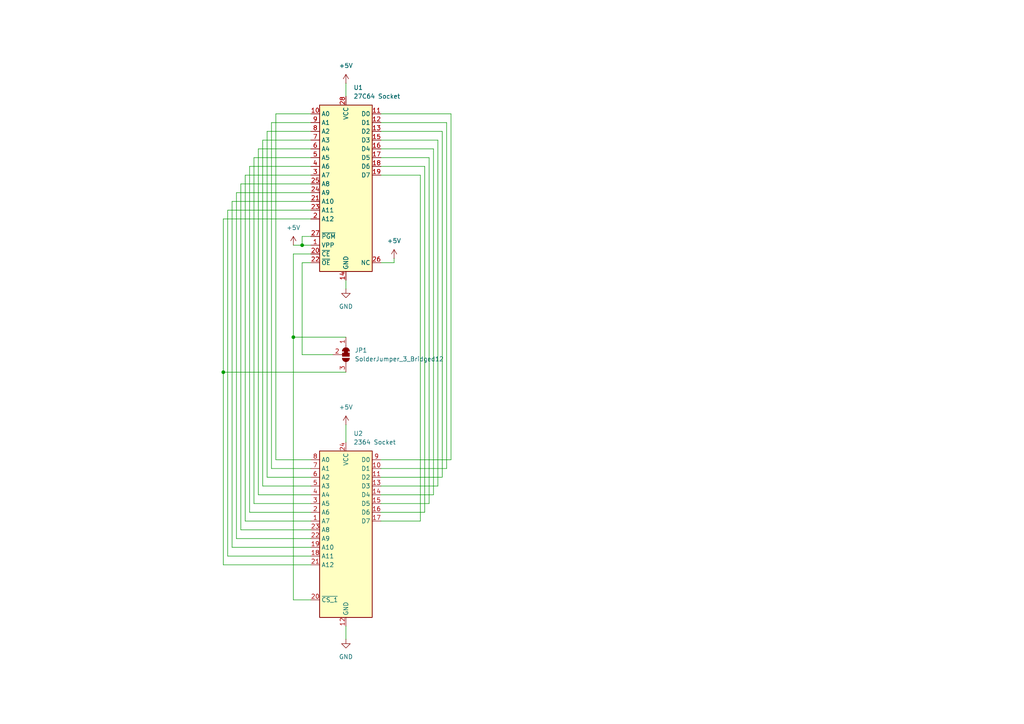
<source format=kicad_sch>
(kicad_sch (version 20231120) (generator "eeschema") (generator_version "8.0")
  (paper "A4")
  (lib_symbols
    (symbol "Jumper:SolderJumper_3_Bridged12" (pin_names (offset 0) hide) (exclude_from_sim yes) (in_bom no)
      (property "Reference" "JP" (at -2.54 -2.54 0))
      (property "Value" "SolderJumper_3_Bridged12" (at 0 2.794 0))
      (symbol "SolderJumper_3_Bridged12_0_1"
        (rectangle (start -1.016 0.508) (end -0.508 -0.508) (fill (type outline)))
        (arc (start -1.016 1.016) (mid -2.0276 0) (end -1.016 -1.016))
        (arc (start -1.016 1.016) (mid -2.0276 0) (end -1.016 -1.016) (fill (type outline)))
        (rectangle (start -0.508 1.016) (end 0.508 -1.016) (fill (type outline)))
        (polyline (pts (xy -2.54 0) (xy -2.032 0)))
        (polyline (pts (xy -1.016 1.016) (xy -1.016 -1.016)))
        (polyline (pts (xy 0 -1.27) (xy 0 -1.016)))
        (polyline (pts (xy 1.016 1.016) (xy 1.016 -1.016)))
        (polyline (pts (xy 2.54 0) (xy 2.032 0)))
        (arc (start 1.016 -1.016) (mid 2.0276 0) (end 1.016 1.016))
        (arc (start 1.016 -1.016) (mid 2.0276 0) (end 1.016 1.016) (fill (type outline)))
      )
      (symbol "SolderJumper_3_Bridged12_1_1"
        (pin passive line (at -5.08 0 0) (length 2.54) (name "A") (number "1"))
        (pin passive line (at 0 -3.81 90) (length 2.54) (name "C") (number "2"))
        (pin passive line (at 5.08 0 180) (length 2.54) (name "B") (number "3"))
      )
    )
    (symbol "power:+5V" (power) (pin_numbers hide) (pin_names (offset 0) hide)
      (property "Value" "+5V" (at 0 3.556 0))
      (symbol "+5V_0_1"
        (polyline (pts (xy -0.762 1.27) (xy 0 2.54)))
        (polyline (pts (xy 0 0) (xy 0 2.54)))
        (polyline (pts (xy 0 2.54) (xy 0.762 1.27)))
      )
      (symbol "+5V_1_1"
        (pin power_in line (at 0 0 90) (length 0) (name "~") (number "1"))
      )
    )
    (symbol "power:GND" (power) (pin_numbers hide) (pin_names (offset 0) hide)
      (property "Value" "GND" (at 0 -3.81 0))
      (symbol "GND_0_1"
        (polyline (pts (xy 0 0) (xy 0 -1.27) (xy 1.27 -1.27) (xy 0 -2.54) (xy -1.27 -1.27) (xy 0 -1.27)))
      )
      (symbol "GND_1_1"
        (pin power_in line (at 0 0 270) (length 0) (name "~") (number "1"))
      )
    )
    (symbol "rom adapter:2364 Socket"
      (property "Reference" "U" (at -7.62 24.13 0))
      (property "Value" "2364 Socket" (at 2.54 -26.67 0))
      (symbol "2364 Socket_1_1"
        (rectangle (start -7.62 22.86) (end 7.62 -25.4) (stroke (width 0.254)) (fill (type background)))
        (pin output line (at -10.16 2.54 0) (length 2.54) (name "A7") (number "1"))
        (pin tri_state line (at 10.16 17.78 180) (length 2.54) (name "D1") (number "10"))
        (pin tri_state line (at 10.16 15.24 180) (length 2.54) (name "D2") (number "11"))
        (pin power_out line (at 0 -27.94 90) (length 2.54) (name "GND") (number "12"))
        (pin tri_state line (at 10.16 12.7 180) (length 2.54) (name "D3") (number "13"))
        (pin tri_state line (at 10.16 10.16 180) (length 2.54) (name "D4") (number "14"))
        (pin tri_state line (at 10.16 7.62 180) (length 2.54) (name "D5") (number "15"))
        (pin tri_state line (at 10.16 5.08 180) (length 2.54) (name "D6") (number "16"))
        (pin tri_state line (at 10.16 2.54 180) (length 2.54) (name "D7") (number "17"))
        (pin output line (at -10.16 -7.62 0) (length 2.54) (name "A11") (number "18"))
        (pin output line (at -10.16 -5.08 0) (length 2.54) (name "A10") (number "19"))
        (pin output line (at -10.16 5.08 0) (length 2.54) (name "A6") (number "2"))
        (pin output line (at -10.16 -20.32 0) (length 2.54) (name "~{CS_1}") (number "20"))
        (pin output line (at -10.16 -10.16 0) (length 2.54) (name "A12") (number "21"))
        (pin output line (at -10.16 -2.54 0) (length 2.54) (name "A9") (number "22"))
        (pin output line (at -10.16 0 0) (length 2.54) (name "A8") (number "23"))
        (pin power_out line (at 0 25.4 270) (length 2.54) (name "VCC") (number "24"))
        (pin output line (at -10.16 7.62 0) (length 2.54) (name "A5") (number "3"))
        (pin output line (at -10.16 10.16 0) (length 2.54) (name "A4") (number "4"))
        (pin output line (at -10.16 12.7 0) (length 2.54) (name "A3") (number "5"))
        (pin output line (at -10.16 15.24 0) (length 2.54) (name "A2") (number "6"))
        (pin output line (at -10.16 17.78 0) (length 2.54) (name "A1") (number "7"))
        (pin output line (at -10.16 20.32 0) (length 2.54) (name "A0") (number "8"))
        (pin tri_state line (at 10.16 20.32 180) (length 2.54) (name "D0") (number "9"))
      )
    )
    (symbol "rom adapter:27C64 Socket"
      (property "Reference" "U" (at -7.62 24.13 0))
      (property "Value" "27C64 Socket" (at 2.54 -26.67 0))
      (symbol "27C64 Socket_1_1"
        (rectangle (start -7.62 22.86) (end 7.62 -25.4) (stroke (width 0.254)) (fill (type background)))
        (pin input line (at -10.16 -17.78 0) (length 2.54) (name "VPP") (number "1"))
        (pin input line (at -10.16 20.32 0) (length 2.54) (name "A0") (number "10"))
        (pin tri_state line (at 10.16 20.32 180) (length 2.54) (name "D0") (number "11"))
        (pin tri_state line (at 10.16 17.78 180) (length 2.54) (name "D1") (number "12"))
        (pin tri_state line (at 10.16 15.24 180) (length 2.54) (name "D2") (number "13"))
        (pin power_in line (at 0 -27.94 90) (length 2.54) (name "GND") (number "14"))
        (pin tri_state line (at 10.16 12.7 180) (length 2.54) (name "D3") (number "15"))
        (pin tri_state line (at 10.16 10.16 180) (length 2.54) (name "D4") (number "16"))
        (pin tri_state line (at 10.16 7.62 180) (length 2.54) (name "D5") (number "17"))
        (pin tri_state line (at 10.16 5.08 180) (length 2.54) (name "D6") (number "18"))
        (pin tri_state line (at 10.16 2.54 180) (length 2.54) (name "D7") (number "19"))
        (pin input line (at -10.16 -10.16 0) (length 2.54) (name "A12") (number "2"))
        (pin input line (at -10.16 -20.32 0) (length 2.54) (name "~{CE}") (number "20"))
        (pin input line (at -10.16 -5.08 0) (length 2.54) (name "A10") (number "21"))
        (pin input line (at -10.16 -22.86 0) (length 2.54) (name "~{OE}") (number "22"))
        (pin input line (at -10.16 -7.62 0) (length 2.54) (name "A11") (number "23"))
        (pin input line (at -10.16 -2.54 0) (length 2.54) (name "A9") (number "24"))
        (pin input line (at -10.16 0 0) (length 2.54) (name "A8") (number "25"))
        (pin free line (at 10.16 -22.86 180) (length 2.54) (name "NC") (number "26"))
        (pin input line (at -10.16 -15.24 0) (length 2.54) (name "~{PGM}") (number "27"))
        (pin power_in line (at 0 25.4 270) (length 2.54) (name "VCC") (number "28"))
        (pin input line (at -10.16 2.54 0) (length 2.54) (name "A7") (number "3"))
        (pin input line (at -10.16 5.08 0) (length 2.54) (name "A6") (number "4"))
        (pin input line (at -10.16 7.62 0) (length 2.54) (name "A5") (number "5"))
        (pin input line (at -10.16 10.16 0) (length 2.54) (name "A4") (number "6"))
        (pin input line (at -10.16 12.7 0) (length 2.54) (name "A3") (number "7"))
        (pin input line (at -10.16 15.24 0) (length 2.54) (name "A2") (number "8"))
        (pin input line (at -10.16 17.78 0) (length 2.54) (name "A1") (number "9"))
      )
    )
  )
  (junction (at 85.09 97.79))
  (junction (at 64.77 107.95))
  (junction (at 87.63 71.12))
  (wire (pts (xy 87.63 76.2) (xy 90.17 76.2)))
  (wire (pts (xy 110.49 140.97) (xy 127 140.97)))
  (wire (pts (xy 110.49 143.51) (xy 125.73 143.51)))
  (wire (pts (xy 69.85 53.34) (xy 69.85 153.67)))
  (wire (pts (xy 100.33 24.13) (xy 100.33 27.94)))
  (wire (pts (xy 110.49 146.05) (xy 124.46 146.05)))
  (wire (pts (xy 128.27 138.43) (xy 128.27 38.1)))
  (wire (pts (xy 129.54 135.89) (xy 129.54 35.56)))
  (wire (pts (xy 110.49 135.89) (xy 129.54 135.89)))
  (wire (pts (xy 90.17 43.18) (xy 74.93 43.18)))
  (wire (pts (xy 64.77 163.83) (xy 90.17 163.83)))
  (wire (pts (xy 123.19 48.26) (xy 110.49 48.26)))
  (wire (pts (xy 76.2 140.97) (xy 90.17 140.97)))
  (wire (pts (xy 129.54 35.56) (xy 110.49 35.56)))
  (wire (pts (xy 90.17 58.42) (xy 67.31 58.42)))
  (wire (pts (xy 125.73 143.51) (xy 125.73 43.18)))
  (wire (pts (xy 72.39 148.59) (xy 90.17 148.59)))
  (wire (pts (xy 71.12 50.8) (xy 71.12 151.13)))
  (wire (pts (xy 90.17 50.8) (xy 71.12 50.8)))
  (wire (pts (xy 76.2 40.64) (xy 76.2 140.97)))
  (wire (pts (xy 90.17 60.96) (xy 66.04 60.96)))
  (wire (pts (xy 96.52 102.87) (xy 87.63 102.87)))
  (wire (pts (xy 110.49 76.2) (xy 114.3 76.2)))
  (wire (pts (xy 114.3 76.2) (xy 114.3 74.93)))
  (wire (pts (xy 110.49 148.59) (xy 123.19 148.59)))
  (wire (pts (xy 80.01 33.02) (xy 80.01 133.35)))
  (wire (pts (xy 77.47 138.43) (xy 90.17 138.43)))
  (wire (pts (xy 85.09 71.12) (xy 87.63 71.12)))
  (wire (pts (xy 121.92 50.8) (xy 110.49 50.8)))
  (wire (pts (xy 90.17 63.5) (xy 64.77 63.5)))
  (wire (pts (xy 87.63 71.12) (xy 90.17 71.12)))
  (wire (pts (xy 71.12 151.13) (xy 90.17 151.13)))
  (wire (pts (xy 124.46 146.05) (xy 124.46 45.72)))
  (wire (pts (xy 100.33 123.19) (xy 100.33 128.27)))
  (wire (pts (xy 110.49 151.13) (xy 121.92 151.13)))
  (wire (pts (xy 80.01 133.35) (xy 90.17 133.35)))
  (wire (pts (xy 90.17 40.64) (xy 76.2 40.64)))
  (wire (pts (xy 130.81 33.02) (xy 110.49 33.02)))
  (wire (pts (xy 77.47 38.1) (xy 77.47 138.43)))
  (wire (pts (xy 130.81 133.35) (xy 130.81 33.02)))
  (wire (pts (xy 67.31 58.42) (xy 67.31 158.75)))
  (wire (pts (xy 74.93 143.51) (xy 90.17 143.51)))
  (wire (pts (xy 90.17 53.34) (xy 69.85 53.34)))
  (wire (pts (xy 74.93 43.18) (xy 74.93 143.51)))
  (wire (pts (xy 128.27 38.1) (xy 110.49 38.1)))
  (wire (pts (xy 110.49 138.43) (xy 128.27 138.43)))
  (wire (pts (xy 100.33 181.61) (xy 100.33 185.42)))
  (wire (pts (xy 127 40.64) (xy 110.49 40.64)))
  (wire (pts (xy 90.17 38.1) (xy 77.47 38.1)))
  (wire (pts (xy 73.66 45.72) (xy 73.66 146.05)))
  (wire (pts (xy 87.63 102.87) (xy 87.63 76.2)))
  (wire (pts (xy 67.31 158.75) (xy 90.17 158.75)))
  (wire (pts (xy 90.17 45.72) (xy 73.66 45.72)))
  (wire (pts (xy 73.66 146.05) (xy 90.17 146.05)))
  (wire (pts (xy 85.09 97.79) (xy 85.09 73.66)))
  (wire (pts (xy 66.04 161.29) (xy 90.17 161.29)))
  (wire (pts (xy 110.49 133.35) (xy 130.81 133.35)))
  (wire (pts (xy 90.17 55.88) (xy 68.58 55.88)))
  (wire (pts (xy 87.63 68.58) (xy 87.63 71.12)))
  (wire (pts (xy 85.09 97.79) (xy 100.33 97.79)))
  (wire (pts (xy 123.19 148.59) (xy 123.19 48.26)))
  (wire (pts (xy 78.74 35.56) (xy 78.74 135.89)))
  (wire (pts (xy 66.04 60.96) (xy 66.04 161.29)))
  (wire (pts (xy 90.17 173.99) (xy 85.09 173.99)))
  (wire (pts (xy 90.17 68.58) (xy 87.63 68.58)))
  (wire (pts (xy 78.74 135.89) (xy 90.17 135.89)))
  (wire (pts (xy 64.77 107.95) (xy 64.77 163.83)))
  (wire (pts (xy 69.85 153.67) (xy 90.17 153.67)))
  (wire (pts (xy 64.77 63.5) (xy 64.77 107.95)))
  (wire (pts (xy 125.73 43.18) (xy 110.49 43.18)))
  (wire (pts (xy 85.09 73.66) (xy 90.17 73.66)))
  (wire (pts (xy 90.17 48.26) (xy 72.39 48.26)))
  (wire (pts (xy 68.58 55.88) (xy 68.58 156.21)))
  (wire (pts (xy 68.58 156.21) (xy 90.17 156.21)))
  (wire (pts (xy 127 140.97) (xy 127 40.64)))
  (wire (pts (xy 121.92 151.13) (xy 121.92 50.8)))
  (wire (pts (xy 90.17 35.56) (xy 78.74 35.56)))
  (wire (pts (xy 72.39 48.26) (xy 72.39 148.59)))
  (wire (pts (xy 64.77 107.95) (xy 100.33 107.95)))
  (wire (pts (xy 90.17 33.02) (xy 80.01 33.02)))
  (wire (pts (xy 100.33 81.28) (xy 100.33 83.82)))
  (wire (pts (xy 124.46 45.72) (xy 110.49 45.72)))
  (wire (pts (xy 85.09 173.99) (xy 85.09 97.79)))
  (symbol (lib_id "rom adapter:27C64 Socket") (at 100.33 53.34 0) (unit 1)
    (property "Reference" "U1" (at 102.5241 25.4 0) (effects (justify left)))
    (property "Value" "27C64 Socket" (at 102.5241 27.94 0) (effects (justify left)))
    (property "Footprint" "Package_DIP:DIP-28_W15.24mm_Socket" (effects (hide yes)))
    (property "Datasheet" "http://ww1.microchip.com/downloads/en/DeviceDoc/11107M.pdf" (effects (hide yes)))
    (property "Description" "OTP EPROM 64 KiBit, [Obsolete 2004-01]" (effects (hide yes)))
  )
  (symbol (lib_id "power:+5V") (at 114.3 74.93 0) (unit 1)
    (property "Reference" "#PWR05" (effects (hide yes)))
    (property "Value" "+5V" (at 114.3 69.85 0))
    (property "Description" "Power symbol creates a global label with name \"+5V\"" (effects (hide yes)))
  )
  (symbol (lib_id "power:+5V") (at 100.33 123.19 0) (unit 1)
    (property "Reference" "#PWR04" (effects (hide yes)))
    (property "Value" "+5V" (at 100.33 118.11 0))
    (property "Description" "Power symbol creates a global label with name \"+5V\"" (effects (hide yes)))
  )
  (symbol (lib_id "rom adapter:2364 Socket") (at 100.33 153.67 0) (unit 1)
    (property "Reference" "U2" (at 102.5241 125.73 0) (effects (justify left)))
    (property "Value" "2364 Socket" (at 102.5241 128.27 0) (effects (justify left)))
    (property "Footprint" "rom adapter:PinHeaderSocket_2x12_P2.54mm_W15.24mm" (effects (hide yes)))
    (property "Datasheet" "http://ww1.microchip.com/downloads/en/DeviceDoc/11107M.pdf" (effects (hide yes)))
    (property "Description" "ROM 64 KiBit" (effects (hide yes)))
  )
  (symbol (lib_id "Jumper:SolderJumper_3_Bridged12") (at 100.33 102.87 270) (unit 1) (exclude_from_sim yes) (in_bom no)
    (property "Reference" "JP1" (at 102.87 101.5999 90) (effects (justify left)))
    (property "Value" "SolderJumper_3_Bridged12" (at 102.87 104.1399 90) (effects (justify left)))
    (property "Footprint" "Jumper:SolderJumper-3_P1.3mm_Bridged12_Pad1.0x1.5mm" (effects (hide yes)))
    (property "Description" "3-pole Solder Jumper, pins 1+2 closed/bridged" (effects (hide yes)))
  )
  (symbol (lib_id "power:+5V") (at 85.09 71.12 0) (unit 1)
    (property "Reference" "#PWR06" (effects (hide yes)))
    (property "Value" "+5V" (at 85.09 66.04 0))
    (property "Description" "Power symbol creates a global label with name \"+5V\"" (effects (hide yes)))
  )
  (symbol (lib_id "power:GND") (at 100.33 83.82 0) (unit 1)
    (property "Reference" "#PWR01" (effects (hide yes)))
    (property "Value" "GND" (at 100.33 88.9 0))
    (property "Description" "Power symbol creates a global label with name \"GND\" , ground" (effects (hide yes)))
  )
  (symbol (lib_id "power:GND") (at 100.33 185.42 0) (unit 1)
    (property "Reference" "#PWR02" (effects (hide yes)))
    (property "Value" "GND" (at 100.33 190.5 0))
    (property "Description" "Power symbol creates a global label with name \"GND\" , ground" (effects (hide yes)))
  )
  (symbol (lib_id "power:+5V") (at 100.33 24.13 0) (unit 1)
    (property "Reference" "#PWR03" (effects (hide yes)))
    (property "Value" "+5V" (at 100.33 19.05 0))
    (property "Description" "Power symbol creates a global label with name \"+5V\"" (effects (hide yes)))
  )
)
</source>
